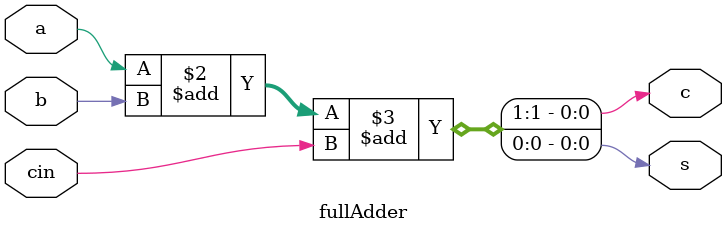
<source format=v>
module fullAdder(
    input a,     
    input b,
	input cin,
    output reg s,  
    output reg c 
    );
	always @(*) begin
	{c,s} = a + b + cin ;
	end
  
endmodule


</source>
